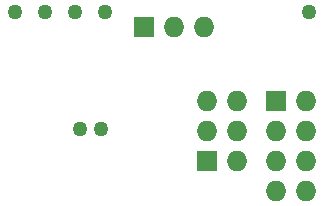
<source format=gbs>
%FSLAX46Y46*%
G04 Gerber Fmt 4.6, Leading zero omitted, Abs format (unit mm)*
G04 Created by KiCad (PCBNEW (2014-10-27 BZR 5228)-product) date 4/10/2015 6:23:41 PM*
%MOMM*%
G01*
G04 APERTURE LIST*
%ADD10C,0.100000*%
%ADD11C,1.270000*%
%ADD12R,1.727200X1.727200*%
%ADD13O,1.727200X1.727200*%
G04 APERTURE END LIST*
D10*
D11*
X1778000Y-1524000D03*
D12*
X12700000Y-2794000D03*
D13*
X15240000Y-2794000D03*
X17780000Y-2794000D03*
D12*
X23876000Y-9017000D03*
D13*
X26416000Y-9017000D03*
X23876000Y-11557000D03*
X26416000Y-11557000D03*
X23876000Y-14097000D03*
X26416000Y-14097000D03*
X23876000Y-16637000D03*
X26416000Y-16637000D03*
D11*
X4318000Y-1524000D03*
X6858000Y-1524000D03*
X9398000Y-1524000D03*
X26670000Y-1524000D03*
X9017000Y-11430000D03*
X7239000Y-11430000D03*
D12*
X18034000Y-14097000D03*
D13*
X20574000Y-14097000D03*
X18034000Y-11557000D03*
X20574000Y-11557000D03*
X18034000Y-9017000D03*
X20574000Y-9017000D03*
M02*

</source>
